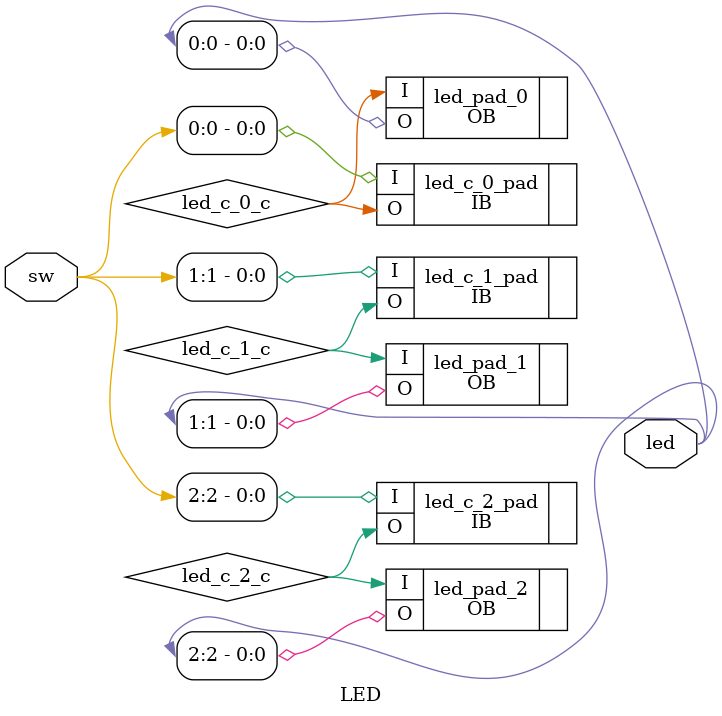
<source format=v>

module LED (sw, led);   // e:/fpgaproject/stepmxo2/workshop/lab2/led.v(18[8:11])
    input [2:0]sw;   // e:/fpgaproject/stepmxo2/workshop/lab2/led.v(20[14:16])
    output [2:0]led;   // e:/fpgaproject/stepmxo2/workshop/lab2/led.v(21[15:18])
    
    
    wire led_c_2_c, led_c_1_c, led_c_0_c, GND_net, VCC_net;
    
    VLO i23 (.Z(GND_net));
    OB led_pad_2 (.I(led_c_2_c), .O(led[2]));   // e:/fpgaproject/stepmxo2/workshop/lab2/led.v(21[15:18])
    OB led_pad_1 (.I(led_c_1_c), .O(led[1]));   // e:/fpgaproject/stepmxo2/workshop/lab2/led.v(21[15:18])
    OB led_pad_0 (.I(led_c_0_c), .O(led[0]));   // e:/fpgaproject/stepmxo2/workshop/lab2/led.v(21[15:18])
    IB led_c_2_pad (.I(sw[2]), .O(led_c_2_c));   // e:/fpgaproject/stepmxo2/workshop/lab2/led.v(20[14:16])
    IB led_c_1_pad (.I(sw[1]), .O(led_c_1_c));   // e:/fpgaproject/stepmxo2/workshop/lab2/led.v(20[14:16])
    IB led_c_0_pad (.I(sw[0]), .O(led_c_0_c));   // e:/fpgaproject/stepmxo2/workshop/lab2/led.v(20[14:16])
    GSR GSR_INST (.GSR(VCC_net));
    TSALL TSALL_INST (.TSALL(GND_net));
    PUR PUR_INST (.PUR(VCC_net));
    defparam PUR_INST.RST_PULSE = 1;
    VHI i24 (.Z(VCC_net));
    
endmodule
//
// Verilog Description of module TSALL
// module not written out since it is a black-box. 
//

//
// Verilog Description of module PUR
// module not written out since it is a black-box. 
//


</source>
